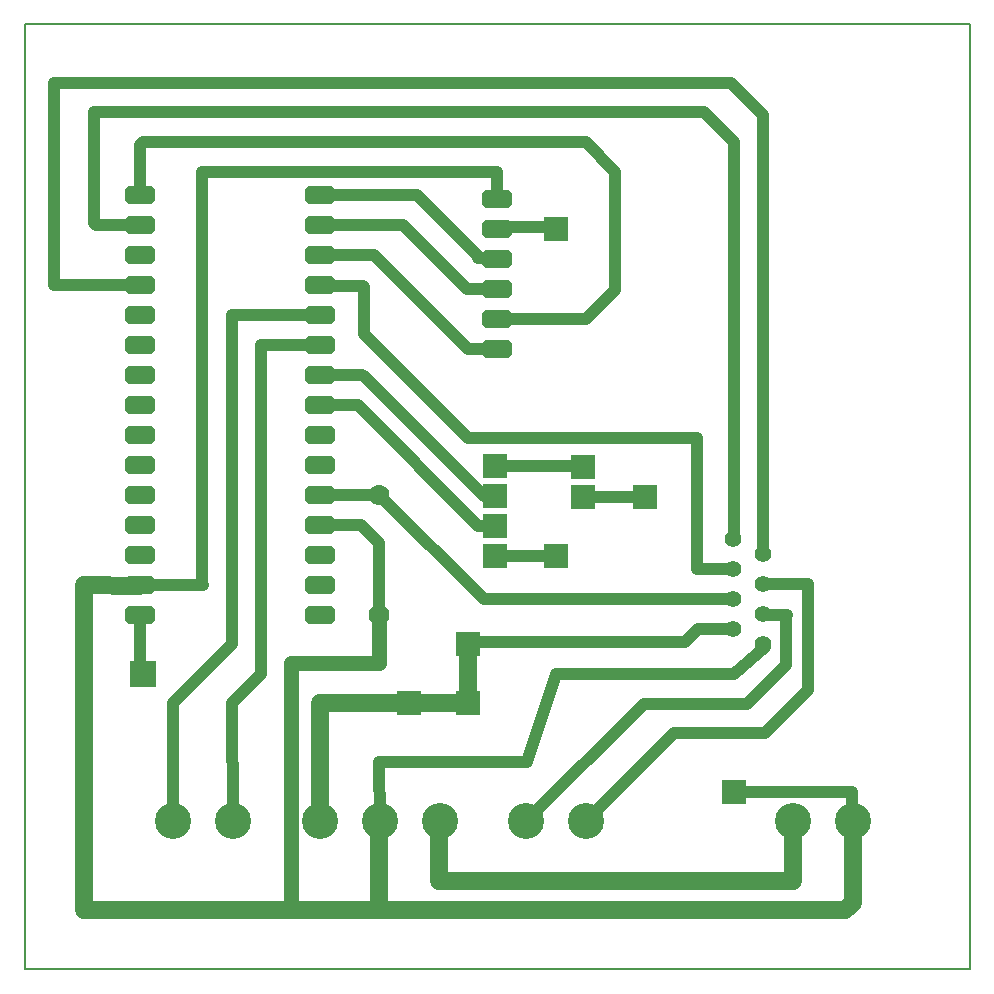
<source format=gbr>
G04 PROTEUS GERBER X2 FILE*
%TF.GenerationSoftware,Labcenter,Proteus,8.10-SP3-Build29560*%
%TF.CreationDate,2022-03-23T18:48:53+00:00*%
%TF.FileFunction,Copper,L2,Bot*%
%TF.FilePolarity,Positive*%
%TF.Part,Single*%
%TF.SameCoordinates,{eb7d761e-84b3-45e6-87e7-5047ee7461e7}*%
%FSLAX45Y45*%
%MOMM*%
G01*
%TA.AperFunction,Conductor*%
%ADD17C,1.016000*%
%TA.AperFunction,NonConductor*%
%ADD18C,1.016000*%
%TA.AperFunction,Conductor*%
%ADD19C,1.524000*%
%ADD70C,1.270000*%
%AMDIL000*
4,1,8,
-1.270000,0.457200,-0.965200,0.762000,0.965200,0.762000,1.270000,0.457200,1.270000,-0.457200,
0.965200,-0.762000,-0.965200,-0.762000,-1.270000,-0.457200,-1.270000,0.457200,
0*%
%TA.AperFunction,ComponentPad*%
%ADD10DIL000*%
%TA.AperFunction,ComponentPad*%
%ADD11C,1.778000*%
%TA.AperFunction,ComponentPad*%
%ADD12R,2.032000X2.032000*%
%TA.AperFunction,ComponentPad*%
%ADD13C,3.048000*%
%TA.AperFunction,ComponentPad*%
%ADD14C,1.397000*%
%TA.AperFunction,OtherPad,Unknown*%
%ADD15R,2.286000X2.286000*%
%TA.AperFunction,Profile*%
%ADD16C,0.203200*%
%TD.AperFunction*%
D17*
X-9750000Y+6250000D02*
X-9750000Y+6858000D01*
X-9904000Y+7012000D01*
X-10250000Y+7012000D01*
X-9750000Y+7266000D02*
X-10250000Y+7266000D01*
X-8771000Y+7508000D02*
X-8029000Y+7508000D01*
X-8021000Y+7500000D01*
D18*
X-11774000Y+6250000D02*
X-11774000Y+5774000D01*
X-11750000Y+5750000D01*
D17*
X-6500000Y+6762000D02*
X-6500000Y+10477500D01*
X-6772500Y+10750000D01*
X-12500000Y+10750000D01*
X-12500000Y+9044000D01*
X-11774000Y+9044000D01*
X-10250000Y+9298000D02*
X-9798000Y+9298000D01*
X-9000000Y+8500000D01*
X-8750000Y+8500000D01*
X-10250000Y+9552000D02*
X-9552000Y+9552000D01*
X-9008000Y+9008000D01*
X-8750000Y+9008000D01*
X-10250000Y+9806000D02*
X-9428264Y+9806000D01*
X-9388161Y+9765897D01*
X-8911071Y+9288807D01*
X-8911071Y+9268649D01*
X-8756649Y+9268649D01*
X-8750000Y+9262000D01*
X-11774000Y+9806000D02*
X-11774000Y+10223500D01*
X-11747500Y+10250000D01*
X-8000000Y+10250000D01*
X-7750000Y+10000000D01*
X-7750000Y+9000000D01*
X-7996000Y+8754000D01*
X-8750000Y+8754000D01*
D19*
X-9500000Y+5500000D02*
X-9250000Y+5500000D01*
X-9000000Y+5500000D01*
X-9000000Y+5651500D01*
X-9000000Y+6000000D01*
X-9500000Y+5500000D02*
X-10250000Y+5500000D01*
X-10250000Y+4500000D01*
D17*
X-11774000Y+6504000D02*
X-11239500Y+6504000D01*
X-11250000Y+6514500D01*
X-11250000Y+10000000D01*
X-8750000Y+10000000D01*
X-8750000Y+9770000D01*
X-6754000Y+6127000D02*
X-7051964Y+6127000D01*
X-7159293Y+6019671D01*
X-8980329Y+6019671D01*
X-9000000Y+6000000D01*
X-9742000Y+4500000D02*
X-9750000Y+5000000D01*
X-8500000Y+5000000D01*
X-8250000Y+5750000D01*
X-6750000Y+5750000D01*
X-6480950Y+5980950D01*
X-6500000Y+6000000D01*
X-9750000Y+4492000D02*
X-9742000Y+4500000D01*
X-6750000Y+4750000D02*
X-5750000Y+4750000D01*
X-5735346Y+4506654D01*
X-5742000Y+4500000D01*
D19*
X-6250000Y+4500000D02*
X-6250000Y+4000000D01*
X-9247003Y+4000000D01*
X-9247003Y+4486997D01*
X-9234000Y+4500000D01*
X-5742000Y+4500000D02*
X-5742000Y+3810456D01*
X-5802456Y+3750000D01*
X-9750000Y+3750000D01*
D17*
X-6754000Y+6635000D02*
X-7052412Y+6635000D01*
X-7059056Y+6641644D01*
X-7059056Y+7738461D01*
X-7063497Y+7742902D01*
X-8992902Y+7742902D01*
X-9000000Y+7750000D01*
X-9732272Y+8482272D01*
X-9732272Y+8484475D01*
X-9878811Y+8631014D01*
X-9878811Y+8648776D01*
X-9878811Y+9026224D01*
X-9883251Y+9030664D01*
X-10236664Y+9030664D01*
X-10250000Y+9044000D01*
D18*
X-11774000Y+9552000D02*
X-12147517Y+9552000D01*
X-12161890Y+9566373D01*
X-12161890Y+10503431D01*
X-7003431Y+10503431D01*
X-6750000Y+10250000D01*
X-6750000Y+6895563D01*
X-6745793Y+6891356D01*
D17*
X-8000000Y+4500000D02*
X-7250000Y+5250000D01*
X-6500000Y+5250000D01*
X-6484305Y+5250000D01*
X-6130042Y+5604263D01*
X-6121575Y+5612730D01*
X-6121575Y+6502530D01*
X-6116357Y+6507748D01*
X-6499748Y+6507748D01*
X-6500000Y+6508000D01*
X-8508000Y+4500000D02*
X-7510198Y+5497802D01*
X-7319518Y+5497802D01*
X-6637980Y+5497802D01*
X-6307721Y+5828061D01*
X-6307721Y+6239385D01*
X-6298714Y+6248392D01*
X-6494392Y+6248392D01*
X-6500000Y+6254000D01*
X-8021000Y+7246000D02*
X-8021000Y+7271000D01*
X-8000000Y+7250000D01*
X-7500000Y+7250000D01*
X-8250000Y+6750000D02*
X-8767000Y+6750000D01*
X-8771000Y+6746000D01*
X-10250000Y+8282000D02*
X-9894868Y+8282000D01*
X-9880735Y+8267867D01*
X-8866868Y+7254000D01*
X-8771000Y+7254000D01*
X-10250000Y+8028000D02*
X-9935022Y+8028000D01*
X-9932095Y+8025073D01*
X-8909559Y+7002537D01*
X-8890883Y+7002537D01*
X-8773537Y+7002537D01*
X-8771000Y+7000000D01*
X-9750000Y+7266000D02*
X-8865000Y+6381000D01*
X-6754000Y+6381000D01*
X-8750000Y+9516000D02*
X-8750000Y+9532000D01*
X-8266000Y+9532000D01*
X-8250000Y+9516000D01*
D19*
X-9750000Y+4492000D02*
X-9750000Y+3750000D01*
X-10500000Y+3750000D01*
D70*
X-10500000Y+5842000D01*
X-9750000Y+5842000D01*
X-9750000Y+6250000D01*
D19*
X-10500000Y+3750000D02*
X-12250000Y+3750000D01*
X-12250000Y+6500000D01*
X-11783662Y+6494338D01*
X-11774000Y+6504000D01*
D17*
X-10250000Y+8536000D02*
X-10750000Y+8536000D01*
X-10750000Y+5750000D01*
X-11000000Y+5500000D01*
X-10992000Y+4500000D01*
X-11500000Y+4500000D02*
X-11500000Y+5500000D01*
X-11000000Y+6000000D01*
X-11000000Y+8790000D01*
X-10250000Y+8790000D01*
D10*
X-10250000Y+6250000D03*
X-10250000Y+6504000D03*
X-10250000Y+6758000D03*
X-10250000Y+7012000D03*
X-10250000Y+7266000D03*
X-10250000Y+7520000D03*
X-10250000Y+7774000D03*
X-10250000Y+8028000D03*
X-10250000Y+8282000D03*
X-10250000Y+8536000D03*
X-10250000Y+8790000D03*
X-10250000Y+9044000D03*
X-10250000Y+9298000D03*
X-10250000Y+9552000D03*
X-10250000Y+9806000D03*
X-11774000Y+9806000D03*
X-11774000Y+9552000D03*
X-11774000Y+9298000D03*
X-11774000Y+9044000D03*
X-11774000Y+8790000D03*
X-11774000Y+8536000D03*
X-11774000Y+8282000D03*
X-11774000Y+8028000D03*
X-11774000Y+7774000D03*
X-11774000Y+7520000D03*
X-11774000Y+7266000D03*
X-11774000Y+7012000D03*
X-11774000Y+6758000D03*
X-11774000Y+6504000D03*
X-11774000Y+6250000D03*
X-8750000Y+8500000D03*
X-8750000Y+8754000D03*
X-8750000Y+9008000D03*
X-8750000Y+9262000D03*
X-8750000Y+9516000D03*
X-8750000Y+9770000D03*
D11*
X-9750000Y+6250000D03*
X-9750000Y+7266000D03*
D12*
X-8771000Y+6746000D03*
X-8771000Y+7000000D03*
X-8771000Y+7254000D03*
X-8771000Y+7508000D03*
D13*
X-6250000Y+4500000D03*
X-5742000Y+4500000D03*
X-11500000Y+4500000D03*
X-10992000Y+4500000D03*
X-8000000Y+4500000D03*
X-8508000Y+4500000D03*
X-9234000Y+4500000D03*
X-9742000Y+4500000D03*
X-10250000Y+4500000D03*
D12*
X-8021000Y+7246000D03*
X-8021000Y+7500000D03*
D14*
X-6500000Y+6000000D03*
X-6754000Y+6127000D03*
X-6500000Y+6254000D03*
X-6754000Y+6381000D03*
X-6500000Y+6508000D03*
X-6754000Y+6635000D03*
X-6500000Y+6762000D03*
X-6754000Y+6889000D03*
D15*
X-11750000Y+5750000D03*
D12*
X-9500000Y+5500000D03*
X-8250000Y+9516000D03*
X-9000000Y+5500000D03*
X-9000000Y+6000000D03*
X-7500000Y+7250000D03*
X-6750000Y+4750000D03*
X-8250000Y+6750000D03*
D16*
X-12750000Y+3250000D02*
X-4750000Y+3250000D01*
X-4750000Y+11250000D01*
X-12750000Y+11250000D01*
X-12750000Y+3250000D01*
M02*

</source>
